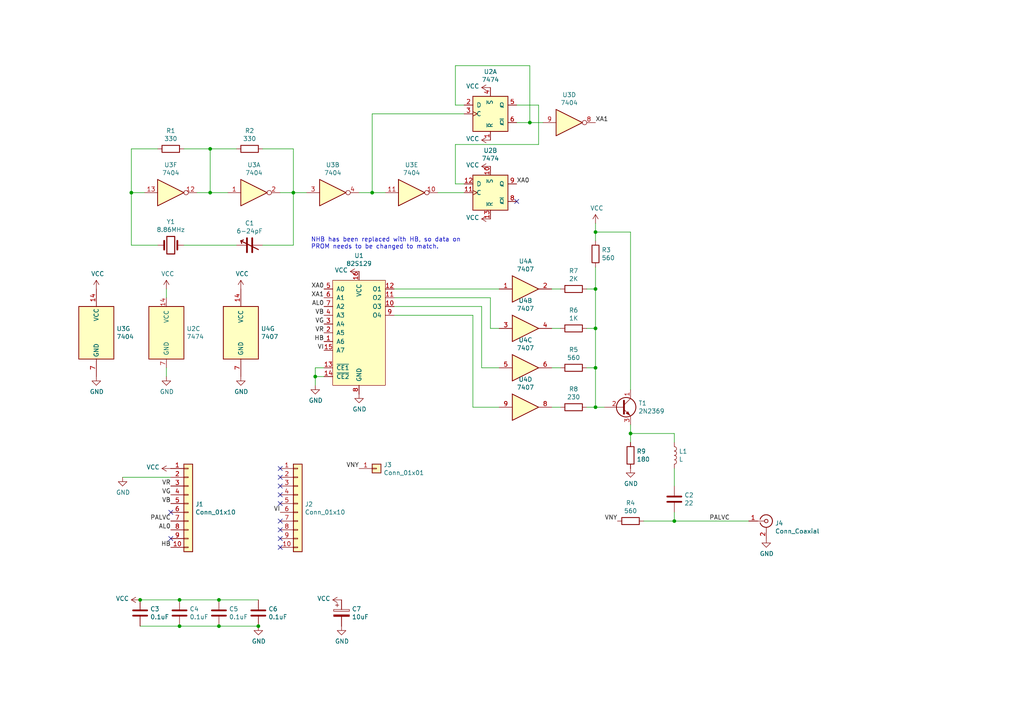
<source format=kicad_sch>
(kicad_sch (version 20211123) (generator eeschema)
  (paper "A4")
  (lib_symbols
    (symbol "74xx:74LS04"
      (property "Reference" "U" (at 0 1.27 0))
      (property "Value" "74LS04" (at 0 -1.27 0))
      (symbol "74LS04_1_0"
        (polyline (pts (xy -3.81 3.81) (xy -3.81 -3.81) (xy 3.81 0) (xy -3.81 3.81)) (stroke (width 0.254)) (fill (type background)))
        (pin input line (at -7.62 0 0) (length 3.81) (name "~") (number "1"))
        (pin output inverted (at 7.62 0 180) (length 3.81) (name "~") (number "2"))
      )
      (symbol "74LS04_2_0"
        (polyline (pts (xy -3.81 3.81) (xy -3.81 -3.81) (xy 3.81 0) (xy -3.81 3.81)) (stroke (width 0.254)) (fill (type background)))
        (pin input line (at -7.62 0 0) (length 3.81) (name "~") (number "3"))
        (pin output inverted (at 7.62 0 180) (length 3.81) (name "~") (number "4"))
      )
      (symbol "74LS04_3_0"
        (polyline (pts (xy -3.81 3.81) (xy -3.81 -3.81) (xy 3.81 0) (xy -3.81 3.81)) (stroke (width 0.254)) (fill (type background)))
        (pin input line (at -7.62 0 0) (length 3.81) (name "~") (number "5"))
        (pin output inverted (at 7.62 0 180) (length 3.81) (name "~") (number "6"))
      )
      (symbol "74LS04_4_0"
        (polyline (pts (xy -3.81 3.81) (xy -3.81 -3.81) (xy 3.81 0) (xy -3.81 3.81)) (stroke (width 0.254)) (fill (type background)))
        (pin output inverted (at 7.62 0 180) (length 3.81) (name "~") (number "8"))
        (pin input line (at -7.62 0 0) (length 3.81) (name "~") (number "9"))
      )
      (symbol "74LS04_5_0"
        (polyline (pts (xy -3.81 3.81) (xy -3.81 -3.81) (xy 3.81 0) (xy -3.81 3.81)) (stroke (width 0.254)) (fill (type background)))
        (pin output inverted (at 7.62 0 180) (length 3.81) (name "~") (number "10"))
        (pin input line (at -7.62 0 0) (length 3.81) (name "~") (number "11"))
      )
      (symbol "74LS04_6_0"
        (polyline (pts (xy -3.81 3.81) (xy -3.81 -3.81) (xy 3.81 0) (xy -3.81 3.81)) (stroke (width 0.254)) (fill (type background)))
        (pin output inverted (at 7.62 0 180) (length 3.81) (name "~") (number "12"))
        (pin input line (at -7.62 0 0) (length 3.81) (name "~") (number "13"))
      )
      (symbol "74LS04_7_0"
        (pin power_in line (at 0 12.7 270) (length 5.08) (name "VCC") (number "14"))
        (pin power_in line (at 0 -12.7 90) (length 5.08) (name "GND") (number "7"))
      )
      (symbol "74LS04_7_1"
        (rectangle (start -5.08 7.62) (end 5.08 -7.62) (stroke (width 0.254)) (fill (type background)))
      )
    )
    (symbol "74xx:74LS07" (pin_names (offset 1.016))
      (property "Reference" "U" (at 0 1.27 0))
      (property "Value" "74LS07" (at 0 -1.27 0))
      (symbol "74LS07_1_0"
        (polyline (pts (xy -3.81 3.81) (xy -3.81 -3.81) (xy 3.81 0) (xy -3.81 3.81)) (stroke (width 0.254)) (fill (type background)))
        (pin input line (at -7.62 0 0) (length 3.81) (name "~") (number "1"))
        (pin open_collector line (at 7.62 0 180) (length 3.81) (name "~") (number "2"))
      )
      (symbol "74LS07_2_0"
        (polyline (pts (xy -3.81 3.81) (xy -3.81 -3.81) (xy 3.81 0) (xy -3.81 3.81)) (stroke (width 0.254)) (fill (type background)))
        (pin input line (at -7.62 0 0) (length 3.81) (name "~") (number "3"))
        (pin open_collector line (at 7.62 0 180) (length 3.81) (name "~") (number "4"))
      )
      (symbol "74LS07_3_0"
        (polyline (pts (xy -3.81 3.81) (xy -3.81 -3.81) (xy 3.81 0) (xy -3.81 3.81)) (stroke (width 0.254)) (fill (type background)))
        (pin input line (at -7.62 0 0) (length 3.81) (name "~") (number "5"))
        (pin open_collector line (at 7.62 0 180) (length 3.81) (name "~") (number "6"))
      )
      (symbol "74LS07_4_0"
        (polyline (pts (xy -3.81 3.81) (xy -3.81 -3.81) (xy 3.81 0) (xy -3.81 3.81)) (stroke (width 0.254)) (fill (type background)))
        (pin open_collector line (at 7.62 0 180) (length 3.81) (name "~") (number "8"))
        (pin input line (at -7.62 0 0) (length 3.81) (name "~") (number "9"))
      )
      (symbol "74LS07_5_0"
        (polyline (pts (xy -3.81 3.81) (xy -3.81 -3.81) (xy 3.81 0) (xy -3.81 3.81)) (stroke (width 0.254)) (fill (type background)))
        (pin open_collector line (at 7.62 0 180) (length 3.81) (name "~") (number "10"))
        (pin input line (at -7.62 0 0) (length 3.81) (name "~") (number "11"))
      )
      (symbol "74LS07_6_0"
        (polyline (pts (xy -3.81 3.81) (xy -3.81 -3.81) (xy 3.81 0) (xy -3.81 3.81)) (stroke (width 0.254)) (fill (type background)))
        (pin open_collector line (at 7.62 0 180) (length 3.81) (name "~") (number "12"))
        (pin input line (at -7.62 0 0) (length 3.81) (name "~") (number "13"))
      )
      (symbol "74LS07_7_0"
        (pin power_in line (at 0 12.7 270) (length 5.08) (name "VCC") (number "14"))
        (pin power_in line (at 0 -12.7 90) (length 5.08) (name "GND") (number "7"))
      )
      (symbol "74LS07_7_1"
        (rectangle (start -5.08 7.62) (end 5.08 -7.62) (stroke (width 0.254)) (fill (type background)))
      )
    )
    (symbol "74xx:74LS74" (pin_names (offset 1.016))
      (property "Reference" "U" (at -7.62 8.89 0))
      (property "Value" "74LS74" (at -7.62 -8.89 0))
      (symbol "74LS74_1_0"
        (pin input line (at 0 -7.62 90) (length 2.54) (name "~{R}") (number "1"))
        (pin input line (at -7.62 2.54 0) (length 2.54) (name "D") (number "2"))
        (pin input clock (at -7.62 0 0) (length 2.54) (name "C") (number "3"))
        (pin input line (at 0 7.62 270) (length 2.54) (name "~{S}") (number "4"))
        (pin output line (at 7.62 2.54 180) (length 2.54) (name "Q") (number "5"))
        (pin output line (at 7.62 -2.54 180) (length 2.54) (name "~{Q}") (number "6"))
      )
      (symbol "74LS74_1_1"
        (rectangle (start -5.08 5.08) (end 5.08 -5.08) (stroke (width 0.254)) (fill (type background)))
      )
      (symbol "74LS74_2_0"
        (pin input line (at 0 7.62 270) (length 2.54) (name "~{S}") (number "10"))
        (pin input clock (at -7.62 0 0) (length 2.54) (name "C") (number "11"))
        (pin input line (at -7.62 2.54 0) (length 2.54) (name "D") (number "12"))
        (pin input line (at 0 -7.62 90) (length 2.54) (name "~{R}") (number "13"))
        (pin output line (at 7.62 -2.54 180) (length 2.54) (name "~{Q}") (number "8"))
        (pin output line (at 7.62 2.54 180) (length 2.54) (name "Q") (number "9"))
      )
      (symbol "74LS74_2_1"
        (rectangle (start -5.08 5.08) (end 5.08 -5.08) (stroke (width 0.254)) (fill (type background)))
      )
      (symbol "74LS74_3_0"
        (pin power_in line (at 0 10.16 270) (length 2.54) (name "VCC") (number "14"))
        (pin power_in line (at 0 -10.16 90) (length 2.54) (name "GND") (number "7"))
      )
      (symbol "74LS74_3_1"
        (rectangle (start -5.08 7.62) (end 5.08 -7.62) (stroke (width 0.254)) (fill (type background)))
      )
    )
    (symbol "82S129:82S129" (pin_names (offset 1.016))
      (property "Reference" "U" (at 8.89 0 0))
      (property "Value" "82S129" (at 8.89 -2.54 0))
      (symbol "82S129_0_1"
        (rectangle (start 7.62 15.24) (end -7.62 -15.24) (fill (type background)))
      )
      (symbol "82S129_1_1"
        (pin input line (at -10.16 -2.54 0) (length 2.54) (name "A6") (number "1"))
        (pin output line (at 10.16 7.62 180) (length 2.54) (name "O3") (number "10"))
        (pin output line (at 10.16 10.16 180) (length 2.54) (name "O2") (number "11"))
        (pin output line (at 10.16 12.7 180) (length 2.54) (name "O1") (number "12"))
        (pin input line (at -10.16 -10.16 0) (length 2.54) (name "~{CE1}") (number "13"))
        (pin input line (at -10.16 -12.7 0) (length 2.54) (name "~{CE2}") (number "14"))
        (pin input line (at -10.16 -5.08 0) (length 2.54) (name "A7") (number "15"))
        (pin power_in line (at 0 17.78 270) (length 2.54) (name "VCC") (number "16"))
        (pin input line (at -10.16 0 0) (length 2.54) (name "A5") (number "2"))
        (pin input line (at -10.16 2.54 0) (length 2.54) (name "A4") (number "3"))
        (pin input line (at -10.16 5.08 0) (length 2.54) (name "A3") (number "4"))
        (pin input line (at -10.16 12.7 0) (length 2.54) (name "A0") (number "5"))
        (pin input line (at -10.16 10.16 0) (length 2.54) (name "A1") (number "6"))
        (pin input line (at -10.16 7.62 0) (length 2.54) (name "A2") (number "7"))
        (pin power_in line (at 0 -17.78 90) (length 2.54) (name "GND") (number "8"))
        (pin output line (at 10.16 5.08 180) (length 2.54) (name "O4") (number "9"))
      )
    )
    (symbol "Connector:Conn_Coaxial" (pin_names (offset 1.016) hide)
      (property "Reference" "J" (at 0.254 3.048 0))
      (property "Value" "Conn_Coaxial" (at 2.921 0 90))
      (symbol "Conn_Coaxial_0_1"
        (arc (start -1.778 -0.508) (mid 0.222 -1.808) (end 1.778 0) (stroke (width 0.254)))
        (polyline (pts (xy -2.54 0) (xy -0.508 0)))
        (polyline (pts (xy 0 -2.54) (xy 0 -1.778)))
        (circle (center 0 0) (radius 0.508) (stroke (width 0.2032)))
        (arc (start 1.778 0) (mid 0.2221 1.8083) (end -1.778 0.508) (stroke (width 0.254)))
      )
      (symbol "Conn_Coaxial_1_1"
        (pin passive line (at -5.08 0 0) (length 2.54) (name "In") (number "1"))
        (pin passive line (at 0 -5.08 90) (length 2.54) (name "Ext") (number "2"))
      )
    )
    (symbol "Connector_Generic:Conn_01x01" (pin_names (offset 1.016) hide)
      (property "Reference" "J" (at 0 2.54 0))
      (property "Value" "Conn_01x01" (at 0 -2.54 0))
      (symbol "Conn_01x01_1_1"
        (rectangle (start -1.27 0.127) (end 0 -0.127) (stroke (width 0.1524)))
        (rectangle (start -1.27 1.27) (end 1.27 -1.27) (stroke (width 0.254)) (fill (type background)))
        (pin passive line (at -5.08 0 0) (length 3.81) (name "Pin_1") (number "1"))
      )
    )
    (symbol "Connector_Generic:Conn_01x10" (pin_names (offset 1.016) hide)
      (property "Reference" "J" (at 0 12.7 0))
      (property "Value" "Conn_01x10" (at 0 -15.24 0))
      (symbol "Conn_01x10_1_1"
        (rectangle (start -1.27 -12.573) (end 0 -12.827) (stroke (width 0.1524)))
        (rectangle (start -1.27 -10.033) (end 0 -10.287) (stroke (width 0.1524)))
        (rectangle (start -1.27 -7.493) (end 0 -7.747) (stroke (width 0.1524)))
        (rectangle (start -1.27 -4.953) (end 0 -5.207) (stroke (width 0.1524)))
        (rectangle (start -1.27 -2.413) (end 0 -2.667) (stroke (width 0.1524)))
        (rectangle (start -1.27 0.127) (end 0 -0.127) (stroke (width 0.1524)))
        (rectangle (start -1.27 2.667) (end 0 2.413) (stroke (width 0.1524)))
        (rectangle (start -1.27 5.207) (end 0 4.953) (stroke (width 0.1524)))
        (rectangle (start -1.27 7.747) (end 0 7.493) (stroke (width 0.1524)))
        (rectangle (start -1.27 10.287) (end 0 10.033) (stroke (width 0.1524)))
        (rectangle (start -1.27 11.43) (end 1.27 -13.97) (stroke (width 0.254)) (fill (type background)))
        (pin passive line (at -5.08 10.16 0) (length 3.81) (name "Pin_1") (number "1"))
        (pin passive line (at -5.08 -12.7 0) (length 3.81) (name "Pin_10") (number "10"))
        (pin passive line (at -5.08 7.62 0) (length 3.81) (name "Pin_2") (number "2"))
        (pin passive line (at -5.08 5.08 0) (length 3.81) (name "Pin_3") (number "3"))
        (pin passive line (at -5.08 2.54 0) (length 3.81) (name "Pin_4") (number "4"))
        (pin passive line (at -5.08 0 0) (length 3.81) (name "Pin_5") (number "5"))
        (pin passive line (at -5.08 -2.54 0) (length 3.81) (name "Pin_6") (number "6"))
        (pin passive line (at -5.08 -5.08 0) (length 3.81) (name "Pin_7") (number "7"))
        (pin passive line (at -5.08 -7.62 0) (length 3.81) (name "Pin_8") (number "8"))
        (pin passive line (at -5.08 -10.16 0) (length 3.81) (name "Pin_9") (number "9"))
      )
    )
    (symbol "Device:C" (pin_numbers hide) (pin_names (offset 0.254))
      (property "Reference" "C" (at 0.635 2.54 0))
      (property "Value" "C" (at 0.635 -2.54 0))
      (symbol "C_0_1"
        (polyline (pts (xy -2.032 -0.762) (xy 2.032 -0.762)) (stroke (width 0.508)))
        (polyline (pts (xy -2.032 0.762) (xy 2.032 0.762)) (stroke (width 0.508)))
      )
      (symbol "C_1_1"
        (pin passive line (at 0 3.81 270) (length 2.794) (name "~") (number "1"))
        (pin passive line (at 0 -3.81 90) (length 2.794) (name "~") (number "2"))
      )
    )
    (symbol "Device:CP" (pin_numbers hide) (pin_names (offset 0.254))
      (property "Reference" "C" (at 0.635 2.54 0))
      (property "Value" "Device_CP" (at 0.635 -2.54 0))
      (symbol "CP_0_1"
        (rectangle (start -2.286 0.508) (end 2.286 1.016))
        (polyline (pts (xy -1.778 2.286) (xy -0.762 2.286)))
        (polyline (pts (xy -1.27 2.794) (xy -1.27 1.778)))
        (rectangle (start 2.286 -0.508) (end -2.286 -1.016) (fill (type outline)))
      )
      (symbol "CP_1_1"
        (pin passive line (at 0 3.81 270) (length 2.794) (name "~") (number "1"))
        (pin passive line (at 0 -3.81 90) (length 2.794) (name "~") (number "2"))
      )
    )
    (symbol "Device:C_Variable" (pin_numbers hide) (pin_names (offset 0.254) hide)
      (property "Reference" "C" (at 0.635 -1.905 0))
      (property "Value" "C_Variable" (at 0.635 -3.81 0))
      (symbol "C_Variable_0_1"
        (polyline (pts (xy -2.032 -0.762) (xy 2.032 -0.762)) (stroke (width 0.508)))
        (polyline (pts (xy -2.032 0.762) (xy 2.032 0.762)) (stroke (width 0.508)))
        (polyline (pts (xy 1.27 2.54) (xy -1.27 -2.54)) (stroke (width 0.3048)))
        (polyline (pts (xy 1.27 2.54) (xy 0.508 2.286)) (stroke (width 0.3048)))
        (polyline (pts (xy 1.27 2.54) (xy 1.524 1.778)) (stroke (width 0.3048)))
      )
      (symbol "C_Variable_1_1"
        (pin passive line (at 0 3.81 270) (length 3.048) (name "~") (number "1"))
        (pin passive line (at 0 -3.81 90) (length 3.048) (name "~") (number "2"))
      )
    )
    (symbol "Device:Crystal" (pin_numbers hide) (pin_names (offset 1.016) hide)
      (property "Reference" "Y" (at 0 3.81 0))
      (property "Value" "Crystal" (at 0 -3.81 0))
      (symbol "Crystal_0_1"
        (rectangle (start -1.143 2.54) (end 1.143 -2.54) (stroke (width 0.3048)))
        (polyline (pts (xy -2.54 0) (xy -1.905 0)))
        (polyline (pts (xy -1.905 -1.27) (xy -1.905 1.27)) (stroke (width 0.508)))
        (polyline (pts (xy 1.905 -1.27) (xy 1.905 1.27)) (stroke (width 0.508)))
        (polyline (pts (xy 2.54 0) (xy 1.905 0)))
      )
      (symbol "Crystal_1_1"
        (pin passive line (at -3.81 0 0) (length 1.27) (name "1") (number "1"))
        (pin passive line (at 3.81 0 180) (length 1.27) (name "2") (number "2"))
      )
    )
    (symbol "Device:L" (pin_numbers hide) (pin_names (offset 1.016) hide)
      (property "Reference" "L" (at -1.27 0 90))
      (property "Value" "L" (at 1.905 0 90))
      (symbol "L_0_1"
        (arc (start 0 -2.54) (mid 0.635 -1.905) (end 0 -1.27))
        (arc (start 0 -1.27) (mid 0.635 -0.635) (end 0 0))
        (arc (start 0 0) (mid 0.635 0.635) (end 0 1.27))
        (arc (start 0 1.27) (mid 0.635 1.905) (end 0 2.54))
      )
      (symbol "L_1_1"
        (pin passive line (at 0 3.81 270) (length 1.27) (name "1") (number "1"))
        (pin passive line (at 0 -3.81 90) (length 1.27) (name "2") (number "2"))
      )
    )
    (symbol "Device:Q_NPN_CBE" (pin_names (offset 0) hide)
      (property "Reference" "Q" (at 5.08 1.27 0))
      (property "Value" "Q_NPN_CBE" (at 5.08 -1.27 0))
      (symbol "Q_NPN_CBE_0_1"
        (polyline (pts (xy 0.635 0.635) (xy 2.54 2.54)))
        (polyline (pts (xy 0.635 -0.635) (xy 2.54 -2.54) (xy 2.54 -2.54)))
        (polyline (pts (xy 0.635 1.905) (xy 0.635 -1.905) (xy 0.635 -1.905)) (stroke (width 0.508)))
        (polyline (pts (xy 1.27 -1.778) (xy 1.778 -1.27) (xy 2.286 -2.286) (xy 1.27 -1.778) (xy 1.27 -1.778)) (fill (type outline)))
        (circle (center 1.27 0) (radius 2.8194) (stroke (width 0.254)))
      )
      (symbol "Q_NPN_CBE_1_1"
        (pin passive line (at 2.54 5.08 270) (length 2.54) (name "C") (number "1"))
        (pin input line (at -5.08 0 0) (length 5.715) (name "B") (number "2"))
        (pin passive line (at 2.54 -5.08 90) (length 2.54) (name "E") (number "3"))
      )
    )
    (symbol "Device:R" (pin_numbers hide) (pin_names (offset 0))
      (property "Reference" "R" (at 2.032 0 90))
      (property "Value" "R" (at 0 0 90))
      (symbol "R_0_1"
        (rectangle (start -1.016 -2.54) (end 1.016 2.54) (stroke (width 0.254)))
      )
      (symbol "R_1_1"
        (pin passive line (at 0 3.81 270) (length 1.27) (name "~") (number "1"))
        (pin passive line (at 0 -3.81 90) (length 1.27) (name "~") (number "2"))
      )
    )
    (symbol "power:GND" (power) (pin_names (offset 0))
      (property "Value" "GND" (at 0 -3.81 0))
      (symbol "GND_0_1"
        (polyline (pts (xy 0 0) (xy 0 -1.27) (xy 1.27 -1.27) (xy 0 -2.54) (xy -1.27 -1.27) (xy 0 -1.27)))
      )
      (symbol "GND_1_1"
        (pin power_in line (at 0 0 270) (length 0) hide (name "GND") (number "1"))
      )
    )
    (symbol "power:VCC" (power) (pin_names (offset 0))
      (property "Value" "VCC" (at 0 3.81 0))
      (symbol "VCC_0_1"
        (polyline (pts (xy -0.762 1.27) (xy 0 2.54)))
        (polyline (pts (xy 0 0) (xy 0 2.54)))
        (polyline (pts (xy 0 2.54) (xy 0.762 1.27)))
      )
      (symbol "VCC_1_1"
        (pin power_in line (at 0 0 90) (length 0) hide (name "VCC") (number "1"))
      )
    )
  )
  (junction (at 172.72 118.11))
  (junction (at 63.5 181.61))
  (junction (at 40.64 173.99))
  (junction (at 107.95 55.88))
  (junction (at 172.72 106.68))
  (junction (at 60.96 43.18))
  (junction (at 172.72 95.25))
  (junction (at 85.09 55.88))
  (junction (at 182.88 125.73))
  (junction (at 63.5 173.99))
  (junction (at 153.67 35.56))
  (junction (at 60.96 55.88))
  (junction (at 172.72 67.31))
  (junction (at 91.44 109.22))
  (junction (at 172.72 83.82))
  (junction (at 52.07 173.99))
  (junction (at 52.07 181.61))
  (junction (at 38.1 55.88))
  (junction (at 74.93 181.61))
  (junction (at 195.58 151.13))
  (no_connect (at 81.28 158.75))
  (no_connect (at 81.28 156.21))
  (no_connect (at 81.28 146.05))
  (no_connect (at 81.28 135.89))
  (no_connect (at 81.28 143.51))
  (no_connect (at 81.28 138.43))
  (no_connect (at 81.28 140.97))
  (no_connect (at 81.28 153.67))
  (no_connect (at 49.53 148.59))
  (no_connect (at 149.86 58.42))
  (no_connect (at 81.28 151.13))
  (no_connect (at 49.53 156.21))
  (wire (pts (xy 35.56 138.43) (xy 49.53 138.43)))
  (wire (pts (xy 76.2 71.12) (xy 85.09 71.12)))
  (wire (pts (xy 172.72 67.31) (xy 182.88 67.31)))
  (wire (pts (xy 160.02 83.82) (xy 162.56 83.82)))
  (wire (pts (xy 68.58 43.18) (xy 60.96 43.18)))
  (wire (pts (xy 134.62 55.88) (xy 127 55.88)))
  (wire (pts (xy 48.26 86.36) (xy 48.26 83.82)))
  (wire (pts (xy 38.1 43.18) (xy 38.1 55.88)))
  (wire (pts (xy 66.04 55.88) (xy 60.96 55.88)))
  (wire (pts (xy 48.26 109.22) (xy 48.26 106.68)))
  (wire (pts (xy 107.95 55.88) (xy 107.95 33.02)))
  (wire (pts (xy 170.18 95.25) (xy 172.72 95.25)))
  (wire (pts (xy 114.3 91.44) (xy 137.16 91.44)))
  (wire (pts (xy 93.98 109.22) (xy 91.44 109.22)))
  (wire (pts (xy 186.69 151.13) (xy 195.58 151.13)))
  (wire (pts (xy 156.21 30.48) (xy 156.21 41.91)))
  (wire (pts (xy 107.95 55.88) (xy 104.14 55.88)))
  (wire (pts (xy 172.72 67.31) (xy 172.72 64.77)))
  (wire (pts (xy 111.76 55.88) (xy 107.95 55.88)))
  (wire (pts (xy 149.86 30.48) (xy 156.21 30.48)))
  (wire (pts (xy 142.24 95.25) (xy 144.78 95.25)))
  (wire (pts (xy 45.72 71.12) (xy 38.1 71.12)))
  (wire (pts (xy 107.95 33.02) (xy 134.62 33.02)))
  (wire (pts (xy 132.08 19.05) (xy 132.08 30.48)))
  (wire (pts (xy 170.18 106.68) (xy 172.72 106.68)))
  (wire (pts (xy 52.07 181.61) (xy 63.5 181.61)))
  (wire (pts (xy 139.7 106.68) (xy 144.78 106.68)))
  (wire (pts (xy 114.3 86.36) (xy 142.24 86.36)))
  (wire (pts (xy 91.44 109.22) (xy 91.44 106.68)))
  (wire (pts (xy 85.09 55.88) (xy 85.09 43.18)))
  (wire (pts (xy 45.72 43.18) (xy 38.1 43.18)))
  (wire (pts (xy 74.93 173.99) (xy 63.5 173.99)))
  (wire (pts (xy 170.18 83.82) (xy 172.72 83.82)))
  (wire (pts (xy 142.24 86.36) (xy 142.24 95.25)))
  (wire (pts (xy 132.08 30.48) (xy 134.62 30.48)))
  (wire (pts (xy 153.67 35.56) (xy 157.48 35.56)))
  (wire (pts (xy 153.67 35.56) (xy 153.67 19.05)))
  (wire (pts (xy 38.1 55.88) (xy 41.91 55.88)))
  (wire (pts (xy 195.58 128.27) (xy 195.58 125.73)))
  (wire (pts (xy 91.44 111.76) (xy 91.44 109.22)))
  (wire (pts (xy 85.09 55.88) (xy 81.28 55.88)))
  (wire (pts (xy 172.72 77.47) (xy 172.72 83.82)))
  (wire (pts (xy 60.96 55.88) (xy 60.96 43.18)))
  (wire (pts (xy 160.02 106.68) (xy 162.56 106.68)))
  (wire (pts (xy 63.5 173.99) (xy 52.07 173.99)))
  (wire (pts (xy 153.67 19.05) (xy 132.08 19.05)))
  (wire (pts (xy 132.08 41.91) (xy 132.08 53.34)))
  (wire (pts (xy 137.16 91.44) (xy 137.16 118.11)))
  (wire (pts (xy 88.9 55.88) (xy 85.09 55.88)))
  (wire (pts (xy 91.44 106.68) (xy 93.98 106.68)))
  (wire (pts (xy 137.16 118.11) (xy 144.78 118.11)))
  (wire (pts (xy 182.88 125.73) (xy 182.88 123.19)))
  (wire (pts (xy 195.58 151.13) (xy 195.58 148.59)))
  (wire (pts (xy 85.09 43.18) (xy 76.2 43.18)))
  (wire (pts (xy 172.72 95.25) (xy 172.72 106.68)))
  (wire (pts (xy 160.02 118.11) (xy 162.56 118.11)))
  (wire (pts (xy 60.96 43.18) (xy 53.34 43.18)))
  (wire (pts (xy 139.7 88.9) (xy 139.7 106.68)))
  (wire (pts (xy 172.72 69.85) (xy 172.72 67.31)))
  (wire (pts (xy 182.88 67.31) (xy 182.88 113.03)))
  (wire (pts (xy 156.21 41.91) (xy 132.08 41.91)))
  (wire (pts (xy 38.1 71.12) (xy 38.1 55.88)))
  (wire (pts (xy 85.09 71.12) (xy 85.09 55.88)))
  (wire (pts (xy 182.88 128.27) (xy 182.88 125.73)))
  (wire (pts (xy 160.02 95.25) (xy 162.56 95.25)))
  (wire (pts (xy 63.5 181.61) (xy 74.93 181.61)))
  (wire (pts (xy 195.58 125.73) (xy 182.88 125.73)))
  (wire (pts (xy 195.58 135.89) (xy 195.58 140.97)))
  (wire (pts (xy 132.08 53.34) (xy 134.62 53.34)))
  (wire (pts (xy 172.72 106.68) (xy 172.72 118.11)))
  (wire (pts (xy 114.3 88.9) (xy 139.7 88.9)))
  (wire (pts (xy 40.64 181.61) (xy 52.07 181.61)))
  (wire (pts (xy 114.3 83.82) (xy 144.78 83.82)))
  (wire (pts (xy 68.58 71.12) (xy 53.34 71.12)))
  (wire (pts (xy 172.72 118.11) (xy 175.26 118.11)))
  (wire (pts (xy 60.96 55.88) (xy 57.15 55.88)))
  (wire (pts (xy 149.86 35.56) (xy 153.67 35.56)))
  (wire (pts (xy 172.72 118.11) (xy 170.18 118.11)))
  (wire (pts (xy 172.72 83.82) (xy 172.72 95.25)))
  (wire (pts (xy 195.58 151.13) (xy 217.17 151.13)))
  (wire (pts (xy 52.07 173.99) (xy 40.64 173.99)))
  (text "NHB has been replaced with HB, so data on\nPROM needs to be changed to match." (at 90.17 72.39 0) (effects (font (size 1.27 1.27)) (justify left bottom)))
  (label "VR" (at 93.98 96.52 180))
  (label "VG" (at 93.98 93.98 180))
  (label "AL0" (at 93.98 88.9 180))
  (label "AL0" (at 49.53 153.67 180))
  (label "HB" (at 93.98 99.06 180))
  (label "XA1" (at 172.72 35.56 0))
  (label "PALVC" (at 205.74 151.13 0))
  (label "PALVC" (at 49.53 151.13 180))
  (label "VI" (at 81.28 148.59 180))
  (label "VB" (at 93.98 91.44 180))
  (label "VB" (at 49.53 146.05 180))
  (label "VNY" (at 104.14 135.89 180))
  (label "VR" (at 49.53 140.97 180))
  (label "XA1" (at 93.98 86.36 180))
  (label "XA0" (at 93.98 83.82 180))
  (label "XA0" (at 149.86 53.34 0))
  (label "VNY" (at 179.07 151.13 180))
  (label "VI" (at 93.98 101.6 180))
  (label "VG" (at 49.53 143.51 180))
  (label "HB" (at 49.53 158.75 180))
  (symbol (lib_id "Device:Crystal") (at 49.53 71.12 0) (unit 1)
    (property "Reference" "Y1" (at 49.53 64.3128 0))
    (property "Value" "8.86MHz" (at 49.53 66.6242 0))
    (property "Footprint" "Crystal:Resonator-2Pin_W10.0mm_H5.0mm" (effects hide))
  )
  (symbol (lib_id "Device:R") (at 49.53 43.18 270) (unit 1)
    (property "Reference" "R1" (at 49.53 37.9222 90))
    (property "Value" "330" (at 49.53 40.2336 90))
    (property "Footprint" "Resistor_THT:R_Axial_DIN0204_L3.6mm_D1.6mm_P7.62mm_Horizontal" (effects hide))
  )
  (symbol (lib_id "Device:R") (at 72.39 43.18 270) (unit 1)
    (property "Reference" "R2" (at 72.39 37.9222 90))
    (property "Value" "330" (at 72.39 40.2336 90))
    (property "Footprint" "Resistor_THT:R_Axial_DIN0204_L3.6mm_D1.6mm_P7.62mm_Horizontal" (effects hide))
  )
  (symbol (lib_id "Device:C_Variable") (at 72.39 71.12 90) (unit 1)
    (property "Reference" "C1" (at 72.39 64.7192 90))
    (property "Value" "6-24pF" (at 72.39 67.0306 90))
    (property "Footprint" "GYB27000:GYB27000" (effects hide))
    (property "Datasheet" "GYB27000" (effects hide))
  )
  (symbol (lib_id "74xx:74LS04") (at 73.66 55.88 0) (unit 1)
    (property "Reference" "U3" (at 73.66 47.8282 0))
    (property "Value" "7404" (at 73.66 50.1396 0))
    (property "Footprint" "Package_DIP:DIP-14_W7.62mm_Socket" (effects hide))
    (property "Datasheet" "http://www.ti.com/lit/gpn/sn74LS04" (effects hide))
  )
  (symbol (lib_id "74xx:74LS04") (at 49.53 55.88 0) (unit 6)
    (property "Reference" "U3" (at 49.53 47.8282 0))
    (property "Value" "7404" (at 49.53 50.1396 0))
    (property "Footprint" "Package_DIP:DIP-14_W7.62mm_Socket" (effects hide))
    (property "Datasheet" "http://www.ti.com/lit/gpn/sn74LS04" (effects hide))
  )
  (symbol (lib_id "74xx:74LS04") (at 96.52 55.88 0) (unit 2)
    (property "Reference" "U3" (at 96.52 47.8282 0))
    (property "Value" "7404" (at 96.52 50.1396 0))
    (property "Footprint" "Package_DIP:DIP-14_W7.62mm_Socket" (effects hide))
    (property "Datasheet" "http://www.ti.com/lit/gpn/sn74LS04" (effects hide))
  )
  (symbol (lib_id "74xx:74LS04") (at 119.38 55.88 0) (unit 5)
    (property "Reference" "U3" (at 119.38 47.8282 0))
    (property "Value" "7404" (at 119.38 50.1396 0))
    (property "Footprint" "Package_DIP:DIP-14_W7.62mm_Socket" (effects hide))
    (property "Datasheet" "http://www.ti.com/lit/gpn/sn74LS04" (effects hide))
  )
  (symbol (lib_id "Device:R") (at 182.88 151.13 270) (unit 1)
    (property "Reference" "R4" (at 182.88 145.8722 90))
    (property "Value" "560" (at 182.88 148.1836 90))
    (property "Footprint" "Resistor_THT:R_Axial_DIN0204_L3.6mm_D1.6mm_P7.62mm_Horizontal" (effects hide))
  )
  (symbol (lib_id "74xx:74LS04") (at 27.94 96.52 0) (unit 7)
    (property "Reference" "U3" (at 33.782 95.3516 0) (effects (justify left)))
    (property "Value" "7404" (at 33.782 97.663 0) (effects (justify left)))
    (property "Footprint" "Package_DIP:DIP-14_W7.62mm_Socket" (effects hide))
    (property "Datasheet" "http://www.ti.com/lit/gpn/sn74LS04" (effects hide))
  )
  (symbol (lib_id "power:GND") (at 27.94 109.22 0) (unit 1)
    (property "Reference" "#PWR010" (effects hide))
    (property "Value" "GND" (at 28.067 113.6142 0))
  )
  (symbol (lib_id "power:VCC") (at 27.94 83.82 0) (unit 1)
    (property "Reference" "#PWR07" (effects hide))
    (property "Value" "VCC" (at 28.321 79.4258 0))
  )
  (symbol (lib_id "74xx:74LS74") (at 48.26 96.52 0) (unit 3)
    (property "Reference" "U2" (at 54.102 95.3516 0) (effects (justify left)))
    (property "Value" "7474" (at 54.102 97.663 0) (effects (justify left)))
    (property "Footprint" "Package_DIP:DIP-14_W7.62mm_Socket" (effects hide))
    (property "Datasheet" "74xx/74hc_hct74.pdf" (effects hide))
  )
  (symbol (lib_id "power:GND") (at 48.26 109.22 0) (unit 1)
    (property "Reference" "#PWR011" (effects hide))
    (property "Value" "GND" (at 48.387 113.6142 0))
  )
  (symbol (lib_id "power:VCC") (at 48.26 83.82 0) (unit 1)
    (property "Reference" "#PWR08" (effects hide))
    (property "Value" "VCC" (at 48.641 79.4258 0))
  )
  (symbol (lib_id "Connector_Generic:Conn_01x10") (at 54.61 146.05 0) (unit 1)
    (property "Reference" "J1" (at 56.642 146.2532 0) (effects (justify left)))
    (property "Value" "Conn_01x10" (at 56.642 148.5646 0) (effects (justify left)))
    (property "Footprint" "Connector_PinHeader_2.54mm:PinHeader_1x10_P2.54mm_Vertical" (effects hide))
  )
  (symbol (lib_id "74xx:74LS74") (at 142.24 55.88 0) (unit 2)
    (property "Reference" "U2" (at 142.24 43.6626 0))
    (property "Value" "7474" (at 142.24 45.974 0))
    (property "Footprint" "Package_DIP:DIP-14_W7.62mm_Socket" (effects hide))
    (property "Datasheet" "74xx/74hc_hct74.pdf" (effects hide))
  )
  (symbol (lib_id "power:VCC") (at 49.53 135.89 90) (unit 1)
    (property "Reference" "#PWR015" (effects hide))
    (property "Value" "VCC" (at 46.3042 135.509 90) (effects (justify left)))
  )
  (symbol (lib_id "74xx:74LS74") (at 142.24 33.02 0) (unit 1)
    (property "Reference" "U2" (at 142.24 20.8026 0))
    (property "Value" "7474" (at 142.24 23.114 0))
    (property "Footprint" "Package_DIP:DIP-14_W7.62mm_Socket" (effects hide))
    (property "Datasheet" "74xx/74hc_hct74.pdf" (effects hide))
  )
  (symbol (lib_id "power:GND") (at 35.56 138.43 0) (unit 1)
    (property "Reference" "#PWR017" (effects hide))
    (property "Value" "GND" (at 35.687 142.8242 0))
  )
  (symbol (lib_id "74xx:74LS04") (at 165.1 35.56 0) (unit 4)
    (property "Reference" "U3" (at 165.1 27.5082 0))
    (property "Value" "7404" (at 165.1 29.8196 0))
    (property "Footprint" "Package_DIP:DIP-14_W7.62mm_Socket" (effects hide))
    (property "Datasheet" "http://www.ti.com/lit/gpn/sn74LS04" (effects hide))
  )
  (symbol (lib_id "power:VCC") (at 142.24 25.4 90) (unit 1)
    (property "Reference" "#PWR01" (effects hide))
    (property "Value" "VCC" (at 139.0142 25.019 90) (effects (justify left)))
  )
  (symbol (lib_id "power:VCC") (at 142.24 48.26 90) (unit 1)
    (property "Reference" "#PWR03" (effects hide))
    (property "Value" "VCC" (at 139.0142 47.879 90) (effects (justify left)))
  )
  (symbol (lib_id "power:VCC") (at 142.24 40.64 90) (unit 1)
    (property "Reference" "#PWR02" (effects hide))
    (property "Value" "VCC" (at 139.0142 40.259 90) (effects (justify left)))
  )
  (symbol (lib_id "power:VCC") (at 142.24 63.5 90) (unit 1)
    (property "Reference" "#PWR04" (effects hide))
    (property "Value" "VCC" (at 139.0142 63.119 90) (effects (justify left)))
  )
  (symbol (lib_id "74xx:74LS07") (at 69.85 96.52 0) (unit 7)
    (property "Reference" "U4" (at 75.692 95.3516 0) (effects (justify left)))
    (property "Value" "7407" (at 75.692 97.663 0) (effects (justify left)))
    (property "Footprint" "Package_DIP:DIP-14_W7.62mm_Socket" (effects hide))
    (property "Datasheet" "www.ti.com/lit/ds/symlink/sn74ls07.pdf" (effects hide))
  )
  (symbol (lib_id "power:VCC") (at 69.85 83.82 0) (unit 1)
    (property "Reference" "#PWR09" (effects hide))
    (property "Value" "VCC" (at 70.231 79.4258 0))
  )
  (symbol (lib_id "power:GND") (at 69.85 109.22 0) (unit 1)
    (property "Reference" "#PWR012" (effects hide))
    (property "Value" "GND" (at 69.977 113.6142 0))
  )
  (symbol (lib_id "Connector_Generic:Conn_01x10") (at 86.36 146.05 0) (unit 1)
    (property "Reference" "J2" (at 88.392 146.2532 0) (effects (justify left)))
    (property "Value" "Conn_01x10" (at 88.392 148.5646 0) (effects (justify left)))
    (property "Footprint" "Connector_PinHeader_2.54mm:PinHeader_1x10_P2.54mm_Vertical" (effects hide))
  )
  (symbol (lib_id "82S129:82S129") (at 104.14 96.52 0) (unit 1)
    (property "Reference" "U1" (at 104.14 74.1426 0))
    (property "Value" "82S129" (at 104.14 76.454 0))
    (property "Footprint" "Package_DIP:DIP-16_W7.62mm_Socket" (effects hide))
  )
  (symbol (lib_id "power:VCC") (at 104.14 78.74 90) (unit 1)
    (property "Reference" "#PWR06" (effects hide))
    (property "Value" "VCC" (at 100.9142 78.359 90) (effects (justify left)))
  )
  (symbol (lib_id "power:GND") (at 104.14 114.3 0) (unit 1)
    (property "Reference" "#PWR014" (effects hide))
    (property "Value" "GND" (at 104.267 118.6942 0))
  )
  (symbol (lib_id "power:GND") (at 91.44 111.76 0) (unit 1)
    (property "Reference" "#PWR013" (effects hide))
    (property "Value" "GND" (at 91.567 116.1542 0))
  )
  (symbol (lib_id "Device:R") (at 166.37 83.82 270) (unit 1)
    (property "Reference" "R7" (at 166.37 78.5622 90))
    (property "Value" "2K" (at 166.37 80.8736 90))
    (property "Footprint" "Resistor_THT:R_Axial_DIN0204_L3.6mm_D1.6mm_P7.62mm_Horizontal" (effects hide))
  )
  (symbol (lib_id "Device:R") (at 166.37 95.25 270) (unit 1)
    (property "Reference" "R6" (at 166.37 89.9922 90))
    (property "Value" "1K" (at 166.37 92.3036 90))
    (property "Footprint" "Resistor_THT:R_Axial_DIN0204_L3.6mm_D1.6mm_P7.62mm_Horizontal" (effects hide))
  )
  (symbol (lib_id "Device:R") (at 166.37 106.68 270) (unit 1)
    (property "Reference" "R5" (at 166.37 101.4222 90))
    (property "Value" "560" (at 166.37 103.7336 90))
    (property "Footprint" "Resistor_THT:R_Axial_DIN0204_L3.6mm_D1.6mm_P7.62mm_Horizontal" (effects hide))
  )
  (symbol (lib_id "Device:R") (at 166.37 118.11 270) (unit 1)
    (property "Reference" "R8" (at 166.37 112.8522 90))
    (property "Value" "230" (at 166.37 115.1636 90))
    (property "Footprint" "Resistor_THT:R_Axial_DIN0204_L3.6mm_D1.6mm_P7.62mm_Horizontal" (effects hide))
  )
  (symbol (lib_id "74xx:74LS07") (at 152.4 83.82 0) (unit 1)
    (property "Reference" "U4" (at 152.4 75.7682 0))
    (property "Value" "7407" (at 152.4 78.0796 0))
    (property "Footprint" "Package_DIP:DIP-14_W7.62mm_Socket" (effects hide))
    (property "Datasheet" "www.ti.com/lit/ds/symlink/sn74ls07.pdf" (effects hide))
  )
  (symbol (lib_id "74xx:74LS07") (at 152.4 95.25 0) (unit 2)
    (property "Reference" "U4" (at 152.4 87.1982 0))
    (property "Value" "7407" (at 152.4 89.5096 0))
    (property "Footprint" "Package_DIP:DIP-14_W7.62mm_Socket" (effects hide))
    (property "Datasheet" "www.ti.com/lit/ds/symlink/sn74ls07.pdf" (effects hide))
  )
  (symbol (lib_id "74xx:74LS07") (at 152.4 106.68 0) (unit 3)
    (property "Reference" "U4" (at 152.4 98.6282 0))
    (property "Value" "7407" (at 152.4 100.9396 0))
    (property "Footprint" "Package_DIP:DIP-14_W7.62mm_Socket" (effects hide))
    (property "Datasheet" "www.ti.com/lit/ds/symlink/sn74ls07.pdf" (effects hide))
  )
  (symbol (lib_id "74xx:74LS07") (at 152.4 118.11 0) (unit 4)
    (property "Reference" "U4" (at 152.4 110.0582 0))
    (property "Value" "7407" (at 152.4 112.3696 0))
    (property "Footprint" "Package_DIP:DIP-14_W7.62mm_Socket" (effects hide))
    (property "Datasheet" "www.ti.com/lit/ds/symlink/sn74ls07.pdf" (effects hide))
  )
  (symbol (lib_id "Device:R") (at 172.72 73.66 0) (unit 1)
    (property "Reference" "R3" (at 174.498 72.4916 0) (effects (justify left)))
    (property "Value" "560" (at 174.498 74.803 0) (effects (justify left)))
    (property "Footprint" "Resistor_THT:R_Axial_DIN0204_L3.6mm_D1.6mm_P7.62mm_Horizontal" (effects hide))
  )
  (symbol (lib_id "Device:Q_NPN_CBE") (at 180.34 118.11 0) (unit 1)
    (property "Reference" "T1" (at 185.166 116.9416 0) (effects (justify left)))
    (property "Value" "2N2369" (at 185.166 119.253 0) (effects (justify left)))
    (property "Footprint" "Package_TO_SOT_THT:TO-18-3" (effects hide))
  )
  (symbol (lib_id "Connector_Generic:Conn_01x01") (at 109.22 135.89 0) (unit 1)
    (property "Reference" "J3" (at 111.252 134.8232 0) (effects (justify left)))
    (property "Value" "Conn_01x01" (at 111.252 137.1346 0) (effects (justify left)))
    (property "Footprint" "Connector_PinHeader_2.54mm:PinHeader_1x01_P2.54mm_Horizontal" (effects hide))
  )
  (symbol (lib_id "Device:C") (at 40.64 177.8 0) (unit 1)
    (property "Reference" "C3" (at 43.561 176.6316 0) (effects (justify left)))
    (property "Value" "0.1uF" (at 43.561 178.943 0) (effects (justify left)))
    (property "Footprint" "Capacitor_THT:C_Disc_D5.1mm_W3.2mm_P5.00mm" (effects hide))
  )
  (symbol (lib_id "Device:C") (at 52.07 177.8 0) (unit 1)
    (property "Reference" "C4" (at 54.991 176.6316 0) (effects (justify left)))
    (property "Value" "0.1uF" (at 54.991 178.943 0) (effects (justify left)))
    (property "Footprint" "Capacitor_THT:C_Disc_D5.1mm_W3.2mm_P5.00mm" (effects hide))
  )
  (symbol (lib_id "Device:C") (at 63.5 177.8 0) (unit 1)
    (property "Reference" "C5" (at 66.421 176.6316 0) (effects (justify left)))
    (property "Value" "0.1uF" (at 66.421 178.943 0) (effects (justify left)))
    (property "Footprint" "Capacitor_THT:C_Disc_D5.1mm_W3.2mm_P5.00mm" (effects hide))
  )
  (symbol (lib_id "power:GND") (at 74.93 181.61 0) (unit 1)
    (property "Reference" "#PWR019" (effects hide))
    (property "Value" "GND" (at 75.057 186.0042 0))
  )
  (symbol (lib_id "power:VCC") (at 172.72 64.77 0) (unit 1)
    (property "Reference" "#PWR05" (effects hide))
    (property "Value" "VCC" (at 173.101 60.3758 0))
  )
  (symbol (lib_id "power:VCC") (at 40.64 173.99 90) (unit 1)
    (property "Reference" "#PWR018" (effects hide))
    (property "Value" "VCC" (at 37.4142 173.609 90) (effects (justify left)))
  )
  (symbol (lib_id "Device:C") (at 74.93 177.8 0) (unit 1)
    (property "Reference" "C6" (at 77.851 176.6316 0) (effects (justify left)))
    (property "Value" "0.1uF" (at 77.851 178.943 0) (effects (justify left)))
    (property "Footprint" "Capacitor_THT:C_Disc_D5.1mm_W3.2mm_P5.00mm" (effects hide))
  )
  (symbol (lib_id "Device:R") (at 182.88 132.08 0) (unit 1)
    (property "Reference" "R9" (at 184.658 130.9116 0) (effects (justify left)))
    (property "Value" "180" (at 184.658 133.223 0) (effects (justify left)))
    (property "Footprint" "Resistor_THT:R_Axial_DIN0204_L3.6mm_D1.6mm_P7.62mm_Horizontal" (effects hide))
  )
  (symbol (lib_id "power:GND") (at 182.88 135.89 0) (unit 1)
    (property "Reference" "#PWR016" (effects hide))
    (property "Value" "GND" (at 183.007 140.2842 0))
  )
  (symbol (lib_id "Device:L") (at 195.58 132.08 0) (unit 1)
    (property "Reference" "L1" (at 196.9008 130.9116 0) (effects (justify left)))
    (property "Value" "L" (at 196.9008 133.223 0) (effects (justify left)))
    (property "Footprint" "Inductor_THT:L_Axial_L9.5mm_D4.0mm_P15.24mm_Horizontal_Fastron_SMCC" (effects hide))
    (property "Datasheet" "B78108E1103K009" (effects hide))
  )
  (symbol (lib_id "Device:C") (at 195.58 144.78 0) (unit 1)
    (property "Reference" "C2" (at 198.501 143.6116 0) (effects (justify left)))
    (property "Value" "22" (at 198.501 145.923 0) (effects (justify left)))
    (property "Footprint" "Capacitor_THT:C_Disc_D5.1mm_W3.2mm_P5.00mm" (effects hide))
  )
  (symbol (lib_id "Connector:Conn_Coaxial") (at 222.25 151.13 0) (unit 1)
    (property "Reference" "J4" (at 224.79 151.765 0) (effects (justify left)))
    (property "Value" "Conn_Coaxial" (at 224.79 154.0764 0) (effects (justify left)))
    (property "Footprint" "5413558-1:BNC_TEConnectivity_BNC_TEConnectivity_5413558-1" (effects hide))
    (property "Datasheet" " ~" (effects hide))
  )
  (symbol (lib_id "power:GND") (at 222.25 156.21 0) (unit 1)
    (property "Reference" "#PWR0101" (effects hide))
    (property "Value" "GND" (at 222.377 160.6042 0))
  )
  (symbol (lib_id "Device:CP") (at 99.06 177.8 0) (unit 1)
    (property "Reference" "C7" (at 102.0572 176.6316 0) (effects (justify left)))
    (property "Value" "10uF" (at 102.0572 178.943 0) (effects (justify left)))
    (property "Footprint" "Capacitor_THT:CP_Radial_D5.0mm_P2.50mm" (effects hide))
  )
  (symbol (lib_id "power:GND") (at 99.06 181.61 0) (unit 1)
    (property "Reference" "#PWR0102" (effects hide))
    (property "Value" "GND" (at 99.187 186.0042 0))
  )
  (symbol (lib_id "power:VCC") (at 99.06 173.99 90) (unit 1)
    (property "Reference" "#PWR0103" (effects hide))
    (property "Value" "VCC" (at 95.8342 173.609 90) (effects (justify left)))
  )
)
</source>
